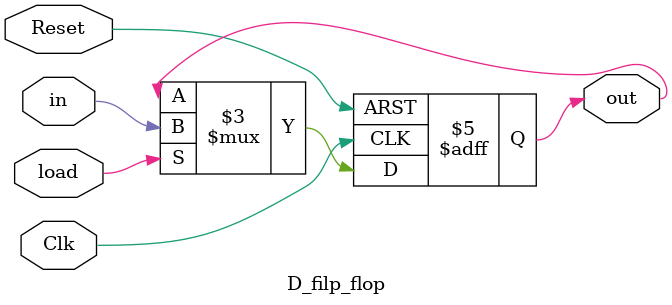
<source format=sv>
module lab5_toplevel (input logic   Clk,     
                                Reset,   
                                ClearA_LoadB,   
                                Run, 
                  input  logic [7:0]  S,     
                  output logic [7:0]  Aval,    
                                Bval,    
                  output logic [6:0]  AhexL,
                                AhexU,
                                BhexL,
                                BhexU,
						output logic  X);				
	 logic Reset_SH, RUN_SH, ClearA_loadB_SH;
	 logic [7:0] A,B;
	 logic [8:0] sum;
	 logic sub,bIN,shift,clear_load,add;
	 assign Aval = A;
	 assign Bval = B;
	 reg_8    registerA (
                        .Clk(Clk),
                        .Reset(clear_load | Reset_SH),
                        .Shift_In(X),
								.Load(add | sub),
								.Shift_En(shift),
								.D(sum[7:0]),
								.Shift_Out(bIN),
								.Data_Out(A));
	 
     reg_8    registerB (
                        .Clk(Clk),
                        .Reset(Reset_SH),
                        .Shift_In(bIN),
								.Load(ClearA_loadB_SH),
								.Shift_En(shift),
								.D(S),
								.Shift_Out(),
								.Data_Out(B));
								
    ripple_adder 	nine_bits_adder (
						
                        .A(A),
                        .B(S),
                        .sub(sub),
                        .Sum(sum));
															

	 D_filp_flop	registerX(
								.Clk(Clk),
                        .Reset(clear_load | Reset_SH),
								.load(add | sub),
								.in(sum[8]),
								.out(X));
	
	 control          control_unit (
                        .clk(Clk),
                        .reset(Reset_SH),
                        .clearA_loadB(ClearA_loadB_SH),
								.run(RUN_SH),
                        .shift(shift),
                        .add(add),
                        .sub(sub),
								.clr_ld(clear_load),
                        .M(B[0]) );
	 
	 
	 
	 HexDriver        HexAL (
                        .In0(A[3:0]),
                        .Out0(AhexL) );
	 HexDriver        HexBL (
                        .In0(B[3:0]),
                        .Out0(BhexL) );
								

	 HexDriver        HexAU (
                        .In0(A[7:4]),
                        .Out0(AhexU) );	
	 HexDriver        HexBU (
                       .In0(B[7:4]),
                        .Out0(BhexU) );
								
	  sync button_sync[2:0] (Clk, {~Reset,~ClearA_LoadB,~Run}, {Reset_SH, ClearA_loadB_SH , RUN_SH});
	  
endmodule

module reg_8 (input  logic Clk, Reset, Shift_In, Load, Shift_En,
              input  logic [7:0]  D,
              output logic Shift_Out,
              output logic [7:0]  Data_Out);

    always_ff @ (posedge Clk)
    begin
	 	 if (Reset) 
			  Data_Out <= 8'h00;
		 else if (Load)
			  Data_Out <= D;
		 else if (Shift_En)
		 begin
			  Data_Out <= { Shift_In, Data_Out[7:1] }; 
	    end
    end
	
    assign Shift_Out = Data_Out[0];

endmodule

module D_filp_flop(Clk, Reset,load,
  in, out);
  input logic Clk;
  input logic Reset;
  input logic load;
  input logic in;
  output logic out;

  always @(posedge Clk or posedge Reset)
  begin
    if (Reset) begin
      out <= 1'b0;
    end 
	 else if(load)
	 begin
      out <= in;
    end
	 else
	 begin
      out <= out;
    end
  end

endmodule 
</source>
